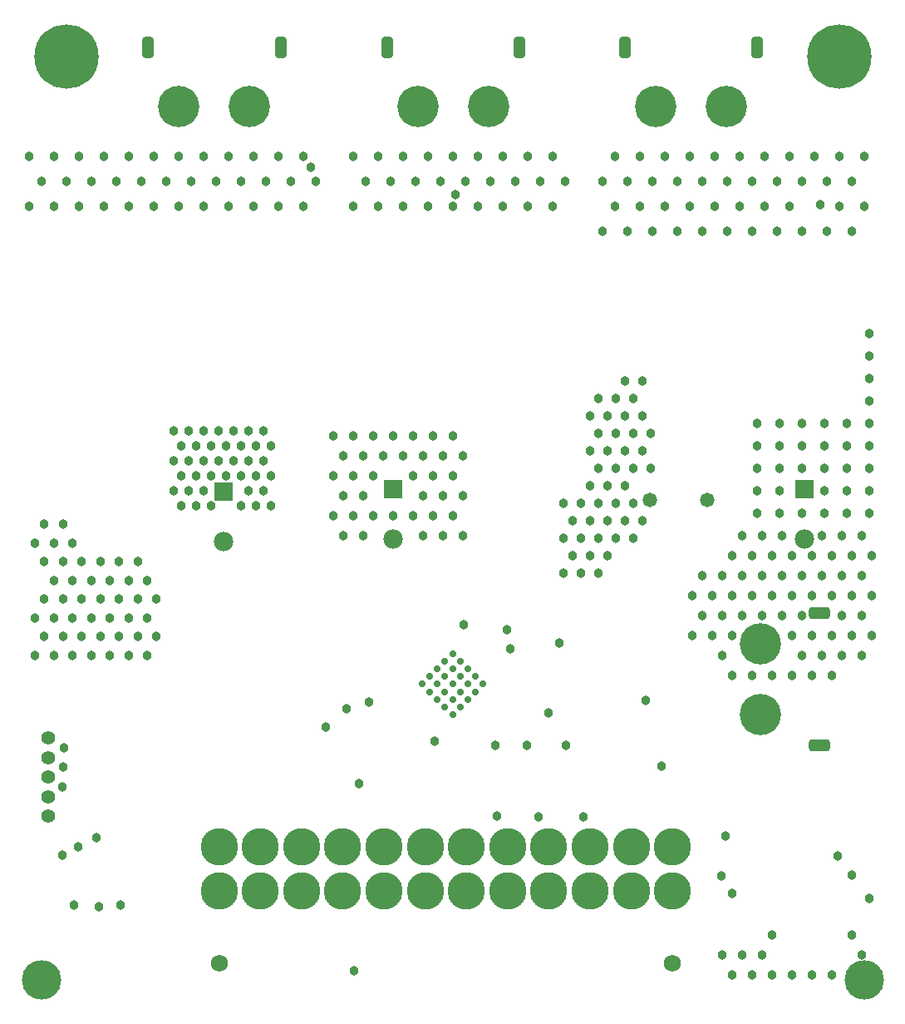
<source format=gbr>
%TF.GenerationSoftware,Altium Limited,Altium Designer,19.0.10 (269)*%
G04 Layer_Color=16711935*
%FSLAX26Y26*%
%MOIN*%
%TF.FileFunction,Soldermask,Bot*%
%TF.Part,Single*%
G01*
G75*
%TA.AperFunction,ComponentPad*%
%ADD63C,0.055244*%
%TA.AperFunction,ViaPad*%
%ADD64C,0.158000*%
%ADD65C,0.258000*%
%TA.AperFunction,ComponentPad*%
G04:AMPARAMS|DCode=66|XSize=47.37mil|YSize=86.74mil|CornerRadius=13.842mil|HoleSize=0mil|Usage=FLASHONLY|Rotation=0.000|XOffset=0mil|YOffset=0mil|HoleType=Round|Shape=RoundedRectangle|*
%AMROUNDEDRECTD66*
21,1,0.047370,0.059055,0,0,0.0*
21,1,0.019685,0.086740,0,0,0.0*
1,1,0.027685,0.009843,-0.029528*
1,1,0.027685,-0.009843,-0.029528*
1,1,0.027685,-0.009843,0.029528*
1,1,0.027685,0.009843,0.029528*
%
%ADD66ROUNDEDRECTD66*%
%ADD67C,0.165480*%
%ADD68C,0.078000*%
%ADD69R,0.078000X0.078000*%
G04:AMPARAMS|DCode=70|XSize=47.37mil|YSize=86.74mil|CornerRadius=13.842mil|HoleSize=0mil|Usage=FLASHONLY|Rotation=270.000|XOffset=0mil|YOffset=0mil|HoleType=Round|Shape=RoundedRectangle|*
%AMROUNDEDRECTD70*
21,1,0.047370,0.059055,0,0,270.0*
21,1,0.019685,0.086740,0,0,270.0*
1,1,0.027685,-0.029528,-0.009843*
1,1,0.027685,-0.029528,0.009843*
1,1,0.027685,0.029528,0.009843*
1,1,0.027685,0.029528,-0.009843*
%
%ADD70ROUNDEDRECTD70*%
%ADD71C,0.149732*%
%ADD72C,0.068000*%
%TA.AperFunction,ViaPad*%
%ADD73C,0.038000*%
%ADD74C,0.027685*%
%ADD75C,0.058000*%
D63*
X-1622000Y-1008740D02*
D03*
Y-930000D02*
D03*
Y-1087480D02*
D03*
Y-1166220D02*
D03*
Y-1244961D02*
D03*
D64*
X1650000Y-1900000D02*
D03*
X-1650000D02*
D03*
D65*
X1550000Y1800000D02*
D03*
X-1550000D02*
D03*
D66*
X-690252Y1836220D02*
D03*
X-1221748D02*
D03*
X268248D02*
D03*
X-263248D02*
D03*
X1221748D02*
D03*
X690252D02*
D03*
D67*
X-814268Y1600000D02*
D03*
X-1097732D02*
D03*
X144232D02*
D03*
X-139232D02*
D03*
X1097732D02*
D03*
X814268D02*
D03*
X1233780Y-837480D02*
D03*
Y-554016D02*
D03*
D68*
X-920000Y-141851D02*
D03*
X-240000Y-131851D02*
D03*
X1410000D02*
D03*
D69*
X-920000Y55000D02*
D03*
X-240000Y65000D02*
D03*
X1410000D02*
D03*
D70*
X1470000Y-961496D02*
D03*
Y-430000D02*
D03*
D71*
X882189Y-1545000D02*
D03*
Y-1367835D02*
D03*
X-440646D02*
D03*
Y-1545000D02*
D03*
X-275291Y-1367835D02*
D03*
Y-1545000D02*
D03*
X-109937Y-1367835D02*
D03*
Y-1545000D02*
D03*
X55417Y-1367835D02*
D03*
Y-1545000D02*
D03*
X220772Y-1367835D02*
D03*
Y-1545000D02*
D03*
X386126Y-1367835D02*
D03*
Y-1545000D02*
D03*
X551480Y-1367835D02*
D03*
Y-1545000D02*
D03*
X716835Y-1367835D02*
D03*
Y-1545000D02*
D03*
X-606000Y-1367835D02*
D03*
Y-1545000D02*
D03*
X-771354D02*
D03*
Y-1367835D02*
D03*
X-936709Y-1545000D02*
D03*
Y-1367835D02*
D03*
D72*
Y-1832402D02*
D03*
X882189D02*
D03*
D73*
X386126Y-829000D02*
D03*
X-760000Y300000D02*
D03*
X-730000Y240000D02*
D03*
X-760000Y180000D02*
D03*
X-730000Y120000D02*
D03*
X-760000Y60000D02*
D03*
X-730000Y0D02*
D03*
X-820000Y300000D02*
D03*
X-790000Y240000D02*
D03*
X-820000Y180000D02*
D03*
X-790000Y120000D02*
D03*
X-820000Y60000D02*
D03*
X-790000Y0D02*
D03*
X-880000Y300000D02*
D03*
X-850000Y240000D02*
D03*
X-880000Y180000D02*
D03*
X-850000Y120000D02*
D03*
Y0D02*
D03*
X-940000Y300000D02*
D03*
X-910000Y240000D02*
D03*
X-940000Y180000D02*
D03*
X-910000Y120000D02*
D03*
X-1000000Y300000D02*
D03*
X-970000Y240000D02*
D03*
X-1000000Y180000D02*
D03*
X-970000Y120000D02*
D03*
X-1000000Y60000D02*
D03*
X-970000Y0D02*
D03*
X-1060000Y300000D02*
D03*
X-1030000Y240000D02*
D03*
X-1060000Y180000D02*
D03*
X-1030000Y120000D02*
D03*
X-1060000Y60000D02*
D03*
X-1030000Y0D02*
D03*
X-1120000Y300000D02*
D03*
X-1090000Y240000D02*
D03*
X-1120000Y180000D02*
D03*
X-1090000Y120000D02*
D03*
X-1120000Y60000D02*
D03*
X-1090000Y0D02*
D03*
X-1225000Y-300000D02*
D03*
X-1187500Y-375000D02*
D03*
X-1225000Y-450000D02*
D03*
X-1187500Y-525000D02*
D03*
X-1225000Y-600000D02*
D03*
X-1262500Y-225000D02*
D03*
X-1300000Y-300000D02*
D03*
X-1262500Y-375000D02*
D03*
X-1300000Y-450000D02*
D03*
X-1262500Y-525000D02*
D03*
X-1300000Y-600000D02*
D03*
X-1337500Y-225000D02*
D03*
X-1375000Y-300000D02*
D03*
X-1337500Y-375000D02*
D03*
X-1375000Y-450000D02*
D03*
X-1337500Y-525000D02*
D03*
X-1375000Y-600000D02*
D03*
X-1412500Y-225000D02*
D03*
X-1450000Y-300000D02*
D03*
X-1412500Y-375000D02*
D03*
X-1450000Y-450000D02*
D03*
X-1412500Y-525000D02*
D03*
X-1450000Y-600000D02*
D03*
X-1525000Y-150000D02*
D03*
X-1487500Y-225000D02*
D03*
X-1525000Y-300000D02*
D03*
X-1487500Y-375000D02*
D03*
X-1525000Y-450000D02*
D03*
X-1487500Y-525000D02*
D03*
X-1525000Y-600000D02*
D03*
X-1562500Y-75000D02*
D03*
X-1600000Y-150000D02*
D03*
X-1562500Y-225000D02*
D03*
X-1600000Y-300000D02*
D03*
X-1562500Y-375000D02*
D03*
X-1600000Y-450000D02*
D03*
X-1562500Y-525000D02*
D03*
X-1600000Y-600000D02*
D03*
X-1637500Y-75000D02*
D03*
X-1675000Y-150000D02*
D03*
X-1637500Y-225000D02*
D03*
Y-375000D02*
D03*
X-1675000Y-450000D02*
D03*
X-1637500Y-525000D02*
D03*
X-1675000Y-600000D02*
D03*
X1600000Y-1720000D02*
D03*
X1640000Y-1800000D02*
D03*
X1520000Y-1880000D02*
D03*
X1440000D02*
D03*
X1360000D02*
D03*
X1280000Y-1720000D02*
D03*
Y-1880000D02*
D03*
X1240000Y-1800000D02*
D03*
X1200000Y-1880000D02*
D03*
X1160000Y-1800000D02*
D03*
X1120000Y-1880000D02*
D03*
X1080000Y-1800000D02*
D03*
X1680000Y-200000D02*
D03*
Y-360000D02*
D03*
Y-520000D02*
D03*
X1640000Y-120000D02*
D03*
X1600000Y-200000D02*
D03*
X1640000Y-280000D02*
D03*
X1600000Y-360000D02*
D03*
X1640000Y-440000D02*
D03*
X1600000Y-520000D02*
D03*
X1640000Y-600000D02*
D03*
X1560000Y-120000D02*
D03*
X1520000Y-200000D02*
D03*
X1560000Y-280000D02*
D03*
X1520000Y-360000D02*
D03*
X1560000Y-440000D02*
D03*
X1520000Y-520000D02*
D03*
X1560000Y-600000D02*
D03*
X1520000Y-680000D02*
D03*
X1480000Y-120000D02*
D03*
X1440000Y-200000D02*
D03*
X1480000Y-280000D02*
D03*
X1440000Y-360000D02*
D03*
Y-520000D02*
D03*
X1480000Y-600000D02*
D03*
X1440000Y-680000D02*
D03*
X1360000Y-200000D02*
D03*
X1400000Y-280000D02*
D03*
X1360000Y-360000D02*
D03*
X1400000Y-440000D02*
D03*
X1360000Y-520000D02*
D03*
X1400000Y-600000D02*
D03*
X1360000Y-680000D02*
D03*
X1320000Y-120000D02*
D03*
X1280000Y-200000D02*
D03*
X1320000Y-280000D02*
D03*
X1280000Y-360000D02*
D03*
X1320000Y-440000D02*
D03*
X1280000Y-680000D02*
D03*
X1240000Y-120000D02*
D03*
X1200000Y-200000D02*
D03*
X1240000Y-280000D02*
D03*
X1200000Y-360000D02*
D03*
X1240000Y-440000D02*
D03*
X1200000Y-680000D02*
D03*
X1160000Y-120000D02*
D03*
X1120000Y-200000D02*
D03*
X1160000Y-280000D02*
D03*
X1120000Y-360000D02*
D03*
X1160000Y-440000D02*
D03*
X1120000Y-520000D02*
D03*
Y-680000D02*
D03*
X1080000Y-280000D02*
D03*
X1040000Y-360000D02*
D03*
X1080000Y-440000D02*
D03*
X1040000Y-520000D02*
D03*
X1080000Y-600000D02*
D03*
X1000000Y-280000D02*
D03*
X960000Y-360000D02*
D03*
X1000000Y-440000D02*
D03*
X960000Y-520000D02*
D03*
X760000Y500000D02*
D03*
Y360000D02*
D03*
X795000Y290000D02*
D03*
X760000Y220000D02*
D03*
X795000Y150000D02*
D03*
X760000Y-60000D02*
D03*
X690000Y500000D02*
D03*
X725000Y430000D02*
D03*
X690000Y360000D02*
D03*
X725000Y290000D02*
D03*
X690000Y220000D02*
D03*
X725000Y150000D02*
D03*
X690000Y80000D02*
D03*
X725000Y10000D02*
D03*
X690000Y-60000D02*
D03*
X725000Y-130000D02*
D03*
X655000Y430000D02*
D03*
X620000Y360000D02*
D03*
X655000Y290000D02*
D03*
X620000Y220000D02*
D03*
X655000Y150000D02*
D03*
X620000Y80000D02*
D03*
X655000Y10000D02*
D03*
X620000Y-60000D02*
D03*
X655000Y-130000D02*
D03*
X620000Y-200000D02*
D03*
X585000Y430000D02*
D03*
X550000Y360000D02*
D03*
X585000Y290000D02*
D03*
X550000Y220000D02*
D03*
X585000Y150000D02*
D03*
X550000Y80000D02*
D03*
X585000Y10000D02*
D03*
X550000Y-60000D02*
D03*
X585000Y-130000D02*
D03*
X550000Y-200000D02*
D03*
X585000Y-270000D02*
D03*
X515000Y10000D02*
D03*
X480000Y-60000D02*
D03*
X515000Y-130000D02*
D03*
X480000Y-200000D02*
D03*
X515000Y-270000D02*
D03*
X445000Y10000D02*
D03*
Y-130000D02*
D03*
Y-270000D02*
D03*
X0Y280000D02*
D03*
X40000Y200000D02*
D03*
X0Y120000D02*
D03*
X40000Y40000D02*
D03*
X0Y-40000D02*
D03*
X40000Y-120000D02*
D03*
X-80000Y280000D02*
D03*
X-40000Y200000D02*
D03*
X-80000Y120000D02*
D03*
X-40000Y40000D02*
D03*
X-80000Y-40000D02*
D03*
X-40000Y-120000D02*
D03*
X-160000Y280000D02*
D03*
X-120000Y200000D02*
D03*
X-160000Y120000D02*
D03*
X-120000Y40000D02*
D03*
X-160000Y-40000D02*
D03*
X-120000Y-120000D02*
D03*
X-240000Y280000D02*
D03*
X-200000Y200000D02*
D03*
X-240000Y-40000D02*
D03*
X-320000Y280000D02*
D03*
X-280000Y200000D02*
D03*
X-320000Y120000D02*
D03*
Y-40000D02*
D03*
X-400000Y280000D02*
D03*
X-360000Y200000D02*
D03*
X-400000Y120000D02*
D03*
X-360000Y40000D02*
D03*
X-400000Y-40000D02*
D03*
X-360000Y-120000D02*
D03*
X-480000Y280000D02*
D03*
X-440000Y200000D02*
D03*
X-480000Y120000D02*
D03*
X-440000Y40000D02*
D03*
X-480000Y-40000D02*
D03*
X-440000Y-120000D02*
D03*
X-600000Y1400000D02*
D03*
X-550000Y1300000D02*
D03*
X-600000Y1200000D02*
D03*
X-700000Y1400000D02*
D03*
X-650000Y1300000D02*
D03*
X-700000Y1200000D02*
D03*
X-800000Y1400000D02*
D03*
X-750000Y1300000D02*
D03*
X-800000Y1200000D02*
D03*
X-900000Y1400000D02*
D03*
X-850000Y1300000D02*
D03*
X-900000Y1200000D02*
D03*
X-1000000Y1400000D02*
D03*
X-950000Y1300000D02*
D03*
X-1000000Y1200000D02*
D03*
X-1100000Y1400000D02*
D03*
X-1050000Y1300000D02*
D03*
X-1100000Y1200000D02*
D03*
X-1200000Y1400000D02*
D03*
X-1150000Y1300000D02*
D03*
X-1200000Y1200000D02*
D03*
X-1300000Y1400000D02*
D03*
X-1250000Y1300000D02*
D03*
X-1300000Y1200000D02*
D03*
X-1400000Y1400000D02*
D03*
X-1350000Y1300000D02*
D03*
X-1400000Y1200000D02*
D03*
X-1500000Y1400000D02*
D03*
X-1450000Y1300000D02*
D03*
X-1500000Y1200000D02*
D03*
X-1600000Y1400000D02*
D03*
X-1550000Y1300000D02*
D03*
X-1600000Y1200000D02*
D03*
X-1700000Y1400000D02*
D03*
X-1650000Y1300000D02*
D03*
X-1700000Y1200000D02*
D03*
X400000Y1400000D02*
D03*
X450000Y1300000D02*
D03*
X400000Y1200000D02*
D03*
X300000Y1400000D02*
D03*
X350000Y1300000D02*
D03*
X300000Y1200000D02*
D03*
X200000Y1400000D02*
D03*
X250000Y1300000D02*
D03*
X200000Y1200000D02*
D03*
X100000Y1400000D02*
D03*
X150000Y1300000D02*
D03*
X100000Y1200000D02*
D03*
X0Y1400000D02*
D03*
X50000Y1300000D02*
D03*
X0Y1200000D02*
D03*
X-100000Y1400000D02*
D03*
X-50000Y1300000D02*
D03*
X-100000Y1200000D02*
D03*
X-200000Y1400000D02*
D03*
X-150000Y1300000D02*
D03*
X-200000Y1200000D02*
D03*
X-300000Y1400000D02*
D03*
X-250000Y1300000D02*
D03*
X-300000Y1200000D02*
D03*
X-400000Y1400000D02*
D03*
X-350000Y1300000D02*
D03*
X-400000Y1200000D02*
D03*
X1650000Y1400000D02*
D03*
X1600000Y1300000D02*
D03*
X1650000Y1200000D02*
D03*
X1600000Y1100000D02*
D03*
X1550000Y1400000D02*
D03*
X1500000Y1300000D02*
D03*
X1550000Y1200000D02*
D03*
X1500000Y1100000D02*
D03*
X1450000Y1400000D02*
D03*
X1400000Y1300000D02*
D03*
Y1100000D02*
D03*
X1350000Y1400000D02*
D03*
X1300000Y1300000D02*
D03*
X1350000Y1200000D02*
D03*
X1300000Y1100000D02*
D03*
X1250000Y1400000D02*
D03*
X1200000Y1300000D02*
D03*
X1250000Y1200000D02*
D03*
X1200000Y1100000D02*
D03*
X1150000Y1400000D02*
D03*
X1100000Y1300000D02*
D03*
X1150000Y1200000D02*
D03*
X1100000Y1100000D02*
D03*
X1050000Y1400000D02*
D03*
X1000000Y1300000D02*
D03*
X1050000Y1200000D02*
D03*
X1000000Y1100000D02*
D03*
X950000Y1400000D02*
D03*
X900000Y1300000D02*
D03*
X950000Y1200000D02*
D03*
X900000Y1100000D02*
D03*
X850000Y1400000D02*
D03*
X800000Y1300000D02*
D03*
X850000Y1200000D02*
D03*
X800000Y1100000D02*
D03*
X750000Y1400000D02*
D03*
X700000Y1300000D02*
D03*
X750000Y1200000D02*
D03*
X700000Y1100000D02*
D03*
X650000Y1400000D02*
D03*
X600000Y1300000D02*
D03*
X650000Y1200000D02*
D03*
X600000Y1100000D02*
D03*
X1473000Y1205000D02*
D03*
X1670000Y-1573976D02*
D03*
X-1519000Y-1599000D02*
D03*
X-1420000Y-1607000D02*
D03*
X-1331000Y-1599000D02*
D03*
X523549Y-1246000D02*
D03*
X343000Y-1247000D02*
D03*
X177456Y-1243000D02*
D03*
X11000Y1246000D02*
D03*
X-570000Y1356000D02*
D03*
X172000Y-961496D02*
D03*
X298000D02*
D03*
X454528Y-959000D02*
D03*
X1077000Y-1483000D02*
D03*
X-1429485Y-1330000D02*
D03*
X-1567000Y-1400000D02*
D03*
X-1503550Y-1367835D02*
D03*
X-394000Y-1865000D02*
D03*
X-1564495Y-1128000D02*
D03*
X-1562000Y-1047488D02*
D03*
X-1558024Y-969000D02*
D03*
X775500Y-780465D02*
D03*
X839000Y-1042000D02*
D03*
X1602000Y-1481000D02*
D03*
X1122000Y-1555000D02*
D03*
X1544000Y-1403000D02*
D03*
X1094000Y-1325000D02*
D03*
X-510000Y-887000D02*
D03*
X-425000Y-815000D02*
D03*
X-334000Y-788000D02*
D03*
X-374000Y-1114000D02*
D03*
X-71000Y-943000D02*
D03*
X429000Y-549000D02*
D03*
X230000Y-572000D02*
D03*
X218000Y-497000D02*
D03*
X45000Y-477000D02*
D03*
X1670000Y690000D02*
D03*
Y600000D02*
D03*
Y510000D02*
D03*
Y420000D02*
D03*
Y330000D02*
D03*
Y240000D02*
D03*
Y150000D02*
D03*
Y60000D02*
D03*
Y-30000D02*
D03*
X1580000Y330000D02*
D03*
Y240000D02*
D03*
Y150000D02*
D03*
Y60000D02*
D03*
Y-30000D02*
D03*
X1490000Y330000D02*
D03*
Y240000D02*
D03*
Y150000D02*
D03*
Y60000D02*
D03*
Y-30000D02*
D03*
X1400000Y330000D02*
D03*
Y240000D02*
D03*
Y150000D02*
D03*
Y-30000D02*
D03*
X1310000Y330000D02*
D03*
Y240000D02*
D03*
Y150000D02*
D03*
Y60000D02*
D03*
Y-30000D02*
D03*
X1220000Y330000D02*
D03*
Y240000D02*
D03*
Y150000D02*
D03*
Y60000D02*
D03*
Y-30000D02*
D03*
D74*
X-91868Y-684377D02*
D03*
X0Y-776245D02*
D03*
Y-837491D02*
D03*
X122491Y-715000D02*
D03*
X0Y-592509D02*
D03*
X-91868Y-745623D02*
D03*
X-122491Y-715000D02*
D03*
X30623Y-806868D02*
D03*
X-61245Y-715000D02*
D03*
X-30623Y-745623D02*
D03*
X-61245Y-776245D02*
D03*
X-30623Y-806868D02*
D03*
X-61245Y-653755D02*
D03*
X-30623Y-623132D02*
D03*
Y-684377D02*
D03*
X91868D02*
D03*
Y-745623D02*
D03*
X61245Y-653755D02*
D03*
Y-715000D02*
D03*
X30623Y-623132D02*
D03*
X0Y-653755D02*
D03*
X30623Y-684377D02*
D03*
X0Y-715000D02*
D03*
X30623Y-745623D02*
D03*
X61245Y-776245D02*
D03*
D75*
X1021000Y23000D02*
D03*
X790000Y22000D02*
D03*
%TF.MD5,e4ed4de7b723563ba9b0c1253b40e3f4*%
M02*

</source>
